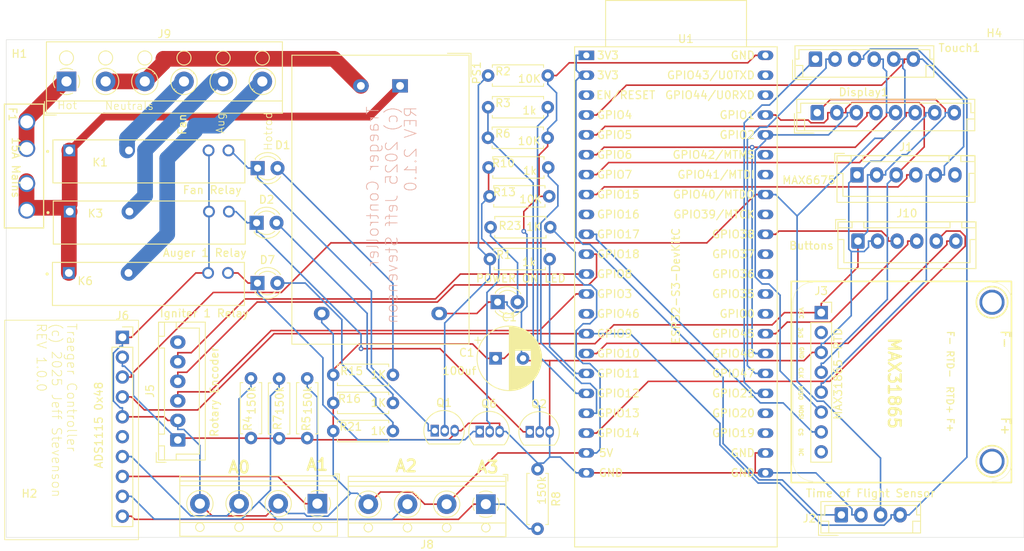
<source format=kicad_pcb>
(kicad_pcb (version 20240108) (generator "pcbnew") (generator_version "8.0")
  (layers (0 "F.Cu" signal) (31 "B.Cu" signal) (34 "B.Paste" user) (35 "F.Paste" user) (36 "B.SilkS" user "B.Silkscreen") (37 "F.SilkS" user "F.Silkscreen") (38 "B.Mask" user) (39 "F.Mask" user) (44 "Edge.Cuts" user))
  (net 0 "")
  (net 1 "PWR")
  (net 2 "FAN")
  (net 3 "GND")
  (net 4 "Net-(D1-K)")
  (net 5 "Net-(Q1-B)")
  (net 6 "Net-(D1-A)")
  (net 7 "Net-(Q2-B)")
  (net 8 "Net-(D2-A)")
  (net 9 "ADC1_A3")
  (net 10 "Net-(D2-K)")
  (net 11 "ADC1_A1")
  (net 13 "ADC1_A2")
  (net 14 "ADC1_A0")
  (net 15 "Net-(Q6-B)")
  (net 16 "AUG1")
  (net 17 "IGN1")
  (net 18 "R_AUG1")
  (net 19 "R_IGN1")
  (net 20 "Touch_T_IRQ")
  (net 21 "MOSI_SDI")
  (net 22 "CS_MAX6675")
  (net 23 "MISO_SDO")
  (net 25 "3V3")
  (net 26 "TEMP DOWN")
  (net 27 "POWER SW")
  (net 28 "SMOKE SW")
  (net 29 "TEMP UP")
  (net 31 "R_FANS")
  (net 32 "SDA")
  (net 33 "SCL")
  (net 34 "Touch_T_CS")
  (net 35 "Disp_SCK+Touch_CLK")
  (net 36 "Disp_D{slash}C")
  (net 37 "Disp_CS")
  (net 38 "Disp_RESET")
  (net 40 "MAX31865_CS")
  (net 42 "VCC")
  (net 43 "Net-(J9-Pin_1)")
  (net 46 "PWR-N")
  (net 48 "Net-(D7-K)")
  (net 49 "Net-(D7-A)")
  (net 57 "Rotarty - SW")
  (net 58 "Rotary pin_b")
  (net 59 "Rotary pin_a")
  (net 60 "Net-(D9-A)")
  (footprint "Resistor_THT:R_Axial_DIN0207_L6.3mm_D2.5mm_P7.62mm_Horizontal" (layer "F.Cu") (at 171.68 63.69)
    (property "Reference" "R6")
    (property "Value" "10K")
  )
  (footprint "MountingHole:MountingHole_3.2mm_M3" (layer "F.Cu") (at 113.12 111.64)
    (property "Reference" "H2")
    (property "Value" "MH")
  )
  (footprint "Fuse:Fuse Block 3544-2_KEYSTONE" (layer "F.Cu") (at 112.81 61.658 -90)
    (property "Reference" "F1")
    (property "Value" "15A Mains")
  )
  (footprint "LED_THT:LED_D3.0mm" (layer "F.Cu") (at 142.26 82.25)
    (property "Reference" "D7")
    (property "Value" "LED")
  )
  (footprint "LED_THT:LED_D3.0mm" (layer "F.Cu") (at 142.28 67.57)
    (property "Reference" "D1")
    (property "Value" "LED")
  )
  (footprint "Resistor_THT:R_Axial_DIN0207_L6.3mm_D2.5mm_P7.62mm_Horizontal" (layer "F.Cu") (at 179.63 75.12 180)
    (property "Reference" "R23")
    (property "Value" "1K")
  )
  (footprint "TerminalBlock_RND:TerminalBlock_RND_205-00014_1x04_P5.00mm_Horizontal" (layer "F.Cu") (at 149.91 110.44 180)
    (property "Reference" "J7" (hide yes))
    (property "Value" "Temp Sensors")
  )
  (footprint "Resistor_THT:R_Axial_DIN0207_L6.3mm_D2.5mm_P7.62mm_Horizontal" (layer "F.Cu") (at 151.93 97.565)
    (property "Reference" "R16")
    (property "Value" "1K")
  )
  (footprint "Connector_JST:JST_XH_B6B-XH-A_1x06_P2.50mm_Vertical" (layer "F.Cu") (at 132.09 102.3 90)
    (property "Reference" "J5")
    (property "Value" "Rotary Encoder")
  )
  (footprint "PCM_Espressif:ESP32-S3-DevKitC" (layer "F.Cu") (at 184.24 53.16)
    (property "Reference" "U1")
    (property "Value" "ESP32-S3-DevKitC")
  )
  (footprint "Connector_JST:JST_XH_B6B-XH-A_1x06_P2.50mm_Vertical" (layer "F.Cu") (at 218.79 68.43)
    (property "Reference" "J1")
    (property "Value" "MAX6675")
  )
  (footprint "Connector_PinSocket_2.54mm:PinSocket_1x10_P2.54mm_Vertical" (layer "F.Cu") (at 125.02 89.18)
    (property "Reference" "J6")
    (property "Value" "ADS1115 0x48")
  )
  (footprint "Relay_THT:RELAY_G3MB-202PDC5" (layer "F.Cu") (at 128.34 82.36)
    (property "Reference" "K6")
    (property "Value" "Igniter 1 Relay")
  )
  (footprint "MOUNTINGHOLE_2.5_PLATED" (layer "F.Cu") (at 236.02 105.0201 -90)
    (property "Reference" "U$19" (hide yes))
    (property "Value" "MOUNTINGHOLE2.5" (hide yes))
  )
  (footprint "Resistor_THT:R_Axial_DIN0207_L6.3mm_D2.5mm_P7.62mm_Horizontal" (layer "F.Cu") (at 141.43 102.05 90)
    (property "Reference" "R4" (hide yes))
    (property "Value" "150k")
  )
  (footprint "Resistor_THT:R_Axial_DIN0207_L6.3mm_D2.5mm_P7.62mm_Horizontal" (layer "F.Cu") (at 145.02 102.09 90)
    (property "Reference" "R7" (hide yes))
    (property "Value" "150k")
  )
  (footprint "Package_TO_SOT_THT:TO-92L_Inline" (layer "F.Cu") (at 170.627 101.22)
    (property "Reference" "Q6")
    (property "Value" "BC547")
  )
  (footprint "TerminalBlock_RND:TerminalBlock_RND_205-00005_1x06_P5.00mm_Horizontal" (layer "F.Cu") (at 117.88 56.49)
    (property "Reference" "J9")
    (property "Value" "Conn_01x06_Socket")
  )
  (footprint "MOUNTINGHOLE_2.5_PLATED" (layer "F.Cu") (at 236.02 84.7001 -90)
    (property "Reference" "U$18" (hide yes))
    (property "Value" "MOUNTINGHOLE2.5" (hide yes))
  )
  (footprint "Relay_THT:RELAY_G3MB-202PDC5" (layer "F.Cu") (at 128.45 74.52)
    (property "Reference" "K3")
    (property "Value" "Auger 1 Relay")
  )
  (footprint "Relay_THT:RELAY_G3MB-202PDC5" (layer "F.Cu") (at 128.4 66.71)
    (property "Reference" "K1")
    (property "Value" "Fan Relay")
  )
  (footprint "TerminalBlock_RND:TerminalBlock_RND_205-00014_1x04_P5.00mm_Horizontal" (layer "F.Cu") (at 171.41 110.5 180)
    (property "Reference" "J8")
    (property "Value" "Temp Sensors")
  )
  (footprint "Resistor_THT:R_Axial_DIN0207_L6.3mm_D2.5mm_P7.62mm_Horizontal" (layer "F.Cu") (at 171.7 55.74)
    (property "Reference" "R2")
    (property "Value" "10K")
  )
  (footprint "Connector_JST:JST_EH_B6B-EH-A_1x06_P2.50mm_Vertical" (layer "F.Cu") (at 213.48 53.64)
    (property "Reference" "Touch1")
    (property "Value" "Conn_01x06_Socket" (hide yes))
  )
  (footprint "LED_THT:LED_D3.0mm" (layer "F.Cu") (at 142.15 74.55)
    (property "Reference" "D2")
    (property "Value" "LED")
  )
  (footprint "Resistor_THT:R_Axial_DIN0207_L6.3mm_D2.5mm_P7.62mm_Horizontal" (layer "F.Cu") (at 151.93 101.155)
    (property "Reference" "R21")
    (property "Value" "1K")
  )
  (footprint "Resistor_THT:R_Axial_DIN0207_L6.3mm_D2.5mm_P7.62mm_Horizontal" (layer "F.Cu") (at 171.7 59.79)
    (property "Reference" "R3")
    (property "Value" "1k")
  )
  (footprint "Package_TO_SOT_THT:TO-92L_Inline" (layer "F.Cu") (at 177.017 101.26)
    (property "Reference" "Q2")
    (property "Value" "BC547")
  )
  (footprint "Connector_PinSocket_2.54mm:PinSocket_1x08_P2.54mm_Vertical" (layer "F.Cu") (at 214.22 86.03)
    (property "Reference" "J3")
    (property "Value" "MAX31865-RTD")
  )
  (footprint "Converter_ACDC:Converter_ACDC_Hi-Link_HLK-PMxx" (layer "F.Cu") (at 160.46 57.06 -90)
    (property "Reference" "PS1")
    (property "Value" "HLK-PM01" (hide yes))
  )
  (footprint "Package_TO_SOT_THT:TO-92L_Inline" (layer "F.Cu") (at 164.887 101.11)
    (property "Reference" "Q1")
    (property "Value" "BC547")
  )
  (footprint "Resistor_THT:R_Axial_DIN0207_L6.3mm_D2.5mm_P7.62mm_Horizontal" (layer "F.Cu") (at 178.01 106.03 -90)
    (property "Reference" "R8")
    (property "Value" "150k")
  )
  (footprint "MountingHole:MountingHole_3.2mm_M3" (layer "F.Cu") (at 112.87 55.05)
    (property "Reference" "H1")
    (property "Value" "MH")
  )
  (footprint "LED_THT:LED_D3.0mm" (layer "F.Cu") (at 172.92 84.68)
    (property "Reference" "D9" (hide yes))
    (property "Value" "POWER ON LED")
  )
  (footprint "Resistor_THT:R_Axial_DIN0207_L6.3mm_D2.5mm_P7.62mm_Horizontal" (layer "F.Cu") (at 171.76 67.48)
    (property "Reference" "R10")
    (property "Value" "1k")
  )
  (footprint "Resistor_THT:R_Axial_DIN0207_L6.3mm_D2.5mm_P7.62mm_Horizontal" (layer "F.Cu") (at 171.88 71.17)
    (property "Reference" "R13")
    (property "Value" "10K")
  )
  (footprint "Connector_JST:JST_EH_B8B-EH-A_1x08_P2.50mm_Vertical" (layer "F.Cu") (at 213.71 60.48)
    (property "Reference" "Display1")
    (property "Value" "Conn_01x08_Socket" (hide yes))
  )
  (footprint "Connector_JST:JST_EH_B4B-EH-A_1x04_P2.50mm_Vertical" (layer "F.Cu") (at 216.79 111.87)
    (property "Reference" "J2")
    (property "Value" "Time of Flight Sensor")
  )
  (footprint "Resistor_THT:R_Axial_DIN0207_L6.3mm_D2.5mm_P7.62mm_Horizontal" (layer "F.Cu") (at 151.93 93.975)
    (property "Reference" "R15")
    (property "Value" "1K")
  )
  (footprint "MountingHole:MountingHole_3.2mm_M3" (layer "F.Cu") (at 236.31 54.52)
    (property "Reference" "H4")
    (property "Value" "MH")
  )
  (footprint "MountingHole:MountingHole_3.2mm_M3" (layer "F.Cu") (at 236.64 111.53)
    (property "Reference" "H3" (hide yes))
    (property "Value" "MH" (hide yes))
  )
  (footprint "Resistor_THT:R_Axial_DIN0207_L6.3mm_D2.5mm_P7.62mm_Horizontal" (layer "F.Cu") (at 171.93 79.19)
    (property "Reference" "R1")
    (property "Value" "1k")
  )
  (footprint "Resistor_THT:R_Axial_DIN0207_L6.3mm_D2.5mm_P7.62mm_Horizontal" (layer "F.Cu") (at 148.61 102.06 90)
    (property "Reference" "R5" (hide yes))
    (property "Value" "150k")
  )
  (footprint "Connector_JST:JST_XH_B6B-XH-A_1x06_P2.50mm_Vertical" (layer "F.Cu") (at 218.91 76.89)
    (property "Reference" "J10")
    (property "Value" "Buttons")
  )
  (footprint "Capacitor_THT:CP_Radial_D8.0mm_P3.50mm" (layer "F.Cu") (at 172.6573 91.87)
    (property "Reference" "C1")
    (property "Value" "100uf")
  )
  (gr_rect (start 109.99 87) (end 127.07288 115.04288) (stroke (width 0.1)) (fill none) (layer "F.SilkS"))
  (gr_arc (start 238.560102 105.020102) (mid 237.816094 106.816094) (end 236.020102 107.560102) (stroke (width 0.05)) (layer "F.SilkS"))
  (gr_rect (start 210.399051 82.036153) (end 238.499051 107.736153) (stroke (width 0.2)) (fill none) (layer "F.SilkS"))
  (gr_arc (start 213.160102 107.560102) (mid 211.364019 106.816183) (end 210.620102 105.020102) (stroke (width 0.05)) (layer "F.SilkS"))
  (gr_arc (start 236.020102 82.160102) (mid 237.816122 82.904081) (end 238.560102 84.700102) (stroke (width 0.05)) (layer "F.SilkS"))
  (gr_line (start 210.620102 84.700102) (end 210.620102 105.020102) (stroke (width 0.05)) (layer "F.SilkS"))
  (gr_arc (start 210.620102 84.700102) (mid 211.364021 82.904021) (end 213.160102 82.160102) (stroke (width 0.05)) (layer "F.SilkS"))
  (gr_line (start 238.560102 105.020102) (end 238.560102 84.700102) (stroke (width 0.05)) (layer "F.SilkS"))
  (gr_rect (start 110.2 51.16) (end 240.1 114.75) (stroke (width 0.05)) (fill none) (layer "Edge.Cuts"))
  (gr_text "Traeger Controller\n(c) 2025 Jeff Stevenson\nREV 2.1.0" (at 162.69 59.57 90) (layer "B.SilkS") (effects (font (size 1.5 1.5) (thickness 0.1)) (justify left bottom mirror)))
  (gr_text "A2" (at 159.69 106.49 0) (layer "F.SilkS") (effects (font (size 1.5 1.5) (thickness 0.3) (bold yes)) (justify left bottom)))
  (gr_text "Neutrals" (at 122.72 60.2 0) (layer "F.SilkS") (effects (font (size 1 1) (thickness 0.1)) (justify left bottom)))
  (gr_text "3v3" (at 211.570102 88.600102 -90) (layer "F.SilkS") (effects (font (size 0.5 0.5) (thickness 0.125))))
  (gr_text "RTD+" (at 230.659051 97.186153 -90) (layer "F.SilkS") (effects (font (size 0.87376 0.87376) (thickness 0.14224))))
  (gr_text "Hotrod" (at 144.21 65.41 90) (layer "F.SilkS") (effects (font (size 1 1) (thickness 0.1)) (justify left bottom)))
  (gr_text "CLK" (at 211.636102 93.717102 -90) (layer "F.SilkS") (effects (font (size 0.5 0.5) (thickness 0.125))))
  (gr_text "RTD-" (at 230.689051 92.596153 -90) (layer "F.SilkS") (effects (font (size 0.87376 0.87376) (thickness 0.14224))))
  (gr_text "Aug" (at 138.11 63.22 90) (layer "F.SilkS") (effects (font (size 1 1) (thickness 0.1)) (justify left bottom)))
  (gr_text "MAX31865" (at 222.663702 89.069002 -90) (layer "F.SilkS") (effects (font (size 1.5 1.5) (thickness 0.3) (bold yes)) (justify left bottom)))
  (gr_text "NC" (at 211.643702 103.859002 -90) (layer "F.SilkS") (effects (font (size 0.5 0.5) (thickness 0.125))))
  (gr_text "Traeger Controller\n(c) 2025 Jeff Stevenson\nREV 1.0.0" (at 113.98 87.3 270) (layer "F.SilkS") (effects (font (size 1.2 1.2) (thickness 0.1)) (justify left bottom)))
  (gr_text "Hot" (at 116.64 60.12 0) (layer "F.SilkS") (effects (font (size 1 1) (thickness 0.1)) (justify left bottom)))
  (gr_text "CS" (at 211.593702 101.289002 -90) (layer "F.SilkS") (effects (font (size 0.5 0.5) (thickness 0.125))))
  (gr_text "F-" (at 230.709051 89.276153 -90) (layer "F.SilkS") (effects (font (size 0.8636 0.8636) (thickness 0.1524))))
  (gr_text "MOSI" (at 211.643702 98.729002 -90) (layer "F.SilkS") (effects (font (size 0.5 0.5) (thickness 0.125))))
  (gr_text "VCC" (at 211.673702 86.089002 -90) (layer "F.SilkS") (effects (font (size 0.5 0.5) (thickness 0.125))))
  (gr_text "F+" (at 237.743702 100.529002 -90) (layer "F.SilkS") (effects (font (size 1.0922 1.0922) (thickness 0.1778))))
  (gr_text "Fan" (at 133.24 63.41 90) (layer "F.SilkS") (effects (font (size 1 1)) (justify left bottom)))
  (gr_text "F+" (at 230.709051 100.396153 -90) (layer "F.SilkS") (effects (font (size 0.8636 0.8636) (thickness 0.1524))))
  (gr_text "A0" (at 138.36 106.66 0) (layer "F.SilkS") (effects (font (size 1.5 1.5) (thickness 0.3) (bold yes)) (justify left bottom)))
  (gr_text "MISO" (at 211.583702 96.279002 -90) (layer "F.SilkS") (effects (font (size 0.5 0.5) (thickness 0.125) (bold yes))))
  (gr_text "A1" (at 148.33 106.32 0) (layer "F.SilkS") (effects (font (size 1.5 1.5) (thickness 0.3) (bold yes)) (justify left bottom)))
  (gr_text "F-" (at 237.683702 89.439002 -90) (layer "F.SilkS") (effects (font (size 1.0922 1.0922) (thickness 0.1778))))
  (gr_text "GND" (at 211.71 91.17 -90) (layer "F.SilkS") (effects (font (size 0.5 0.5) (thickness 0.125))))
  (gr_text "A3" (at 170.09 106.65 0) (layer "F.SilkS") (effects (font (size 1.5 1.5) (thickness 0.3) (bold yes)) (justify left bottom)))
  (segment (start 113.118 72.632) (end 112.81 72.94) (width 0.2) (layer "F.Cu") (net 1))
  (segment (start 156.54 60.98) (end 122.67 60.98) (width 1) (layer "F.Cu") (net 1))
  (segment (start 118.29 65.36) (end 118.29 72.144) (width 2) (layer "F.Cu") (net 1))
  (segment (start 122.67 60.98) (end 118.29 65.36) (width 1) (layer "F.Cu") (net 1))
  (segment (start 117.802 72.632) (end 118.29 73.12) (width 0.2) (layer "F.Cu") (net 1))
  (segment (start 112.78 70.929) (end 112.81 70.899) (width 0.2) (layer "F.Cu") (net 1))
  (segment (start 112.81 70.899) (end 112.81 69.534) (width 0.2) (layer "F.Cu") (net 1))
  (segment (start 160.46 57.06) (end 156.54 60.98) (width 1) (layer "F.Cu") (net 1))
  (segment (start 118.18 73.23) (end 118.29 73.12) (width 2) (layer "F.Cu") (net 1))
  (segment (start 118.18 80.96) (end 118.18 73.23) (width 2) (layer "F.Cu") (net 1))
  (segment (start 112.78 72.632) (end 117.802 72.632) (width 2) (layer "F.Cu") (net 1))
  (segment (start 118.29 65.36) (end 118.24 65.31) (width 2) (layer "F.Cu") (net 1))
  (segment (start 112.78 69.226) (end 112.78 72.632) (width 2) (layer "F.Cu") (net 1))
  (segment (start 118.29 72.144) (end 117.802 72.632) (width 2) (layer "F.Cu") (net 1))
  (segment (start 125.614 63.756) (end 125.614 64.533) (width 2) (layer "B.Cu") (net 2))
  (segment (start 132.88 56.49) (end 125.614 63.756) (width 2) (layer "B.Cu") (net 2))
  (segment (start 125.86 64.779) (end 125.86 65.31) (width 0.2) (layer "B.Cu") (net 2))
  (segment (start 125.614 64.533) (end 125.86 64.779) (width 0.2) (layer "B.Cu") (net 2))
  (segment (start 125.614 64.533) (end 125.614 65.31) (width 2) (layer "B.Cu") (net 2))
  (segment (start 167.8404 101.11) (end 168.2537 101.11) (width 0.2) (layer "F.Cu") (net 3))
  (segment (start 185.538 106.4973) (end 205.7983 106.4973) (width 0.2) (layer "F.Cu") (net 3))
  (segment (start 148.61 102.09) (end 145.02 102.09) (width 0.2) (layer "F.Cu") (net 3))
  (segment (start 178.2044 71.17) (end 178.2044 65.8873) (width 0.2) (layer "F.Cu") (net 3))
  (segment (start 179.557 92.1617) (end 212.0166 92.1617) (width 0.2) (layer "F.Cu") (net 3))
  (segment (start 132.3275 102.0625) (end 132.09 102.3) (width 0.2) (layer "F.Cu") (net 3))
  (segment (start 204.8429 54.1154) (end 182.0463 54.1154) (width 0.2) (layer "F.Cu") (net 3))
  (segment (start 205.7983 106.4973) (end 205.7983 103.96) (width 0.2) (layer "F.Cu") (net 3))
  (segment (start 166.6766 102.2738) (end 148.7938 102.2738) (width 0.2) (layer "F.Cu") (net 3))
  (segment (start 207.1 106.5) (end 205.7983 106.5) (width 0.2) (layer "F.Cu") (net 3))
  (segment (start 173.167 101.22) (end 173.167 100.1683) (width 0.2) (layer "F.Cu") (net 3))
  (segment (start 179.5 71.17) (end 178.3983 71.17) (width 0.2) (layer "F.Cu") (net 3))
  (segment (start 169.1954 100.1683) (end 173.167 100.1683) (width 0.2) (layer "F.Cu") (net 3))
  (segment (start 205.7983 53.16) (end 204.8429 54.1154) (width 0.2) (layer "F.Cu") (net 3))
  (segment (start 176.2541 75.6353) (end 176.2541 73.1203) (width 0.2) (layer "F.Cu") (net 3))
  (segment (start 205.7983 106.5) (end 205.7983 106.4973) (width 0.2) (layer "F.Cu") (net 3))
  (segment (start 141.43 102.05) (end 141.43 102.0625) (width 0.2) (layer "F.Cu") (net 3))
  (segment (start 176.449 92.1617) (end 179.557 92.1617) (width 0.2) (layer "F.Cu") (net 3))
  (segment (start 176.2541 73.1203) (end 178.2044 71.17) (width 0.2) (layer "F.Cu") (net 3))
  (segment (start 179.3 63.69) (end 179.3 64.7917) (width 0.2) (layer "F.Cu") (net 3))
  (segment (start 184.2363 106.4973) (end 185.538 106.4973) (width 0.2) (layer "F.Cu") (net 3))
  (segment (start 178.2044 65.8873) (end 179.3 64.7917) (width 0.2) (layer "F.Cu") (net 3))
  (segment (start 207.1 103.96) (end 205.7983 103.96) (width 0.2) (layer "F.Cu") (net 3))
  (segment (start 168.2537 101.11) (end 169.1954 100.1683) (width 0.2) (layer "F.Cu") (net 3))
  (segment (start 179.32 55.74) (end 180.4217 55.74) (width 0.2) (layer "F.Cu") (net 3))
  (segment (start 178.3983 71.17) (end 178.2044 71.17) (width 0.2) (layer "F.Cu") (net 3))
  (segment (start 170.2583 86.14) (end 171.7183 84.68) (width 0.2) (layer "F.Cu") (net 3))
  (segment (start 176.1573 91.87) (end 176.449 92.1617) (width 0.2) (layer "F.Cu") (net 3))
  (segment (start 172.92 84.68) (end 171.7183 84.68) (width 0.2) (layer "F.Cu") (net 3))
  (segment (start 165.46 86.14) (end 170.2583 86.14) (width 0.2) (layer "F.Cu") (net 3))
  (segment (start 141.4575 102.09) (end 141.43 102.0625) (width 0.2) (layer "F.Cu") (net 3))
  (segment (start 145.02 102.09) (end 141.4575 102.09) (width 0.2) (layer "F.Cu") (net 3))
  (segment (start 214.22 91.11) (end 213.0683 91.11) (width 0.2) (layer "F.Cu") (net 3))
  (segment (start 179.557 92.1617) (end 179.557 101.26) (width 0.2) (layer "F.Cu") (net 3))
  (segment (start 182.0463 54.1154) (end 180.4217 55.74) (width 0.2) (layer "F.Cu") (net 3))
  (segment (start 212.0166 92.1617) (end 213.0683 91.11) (width 0.2) (layer "F.Cu") (net 3))
  (segment (start 167.8404 101.11) (end 166.6766 102.2738) (width 0.2) (layer "F.Cu") (net 3))
  (segment (start 167.427 101.11) (end 167.8404 101.11) (width 0.2) (layer "F.Cu") (net 3))
  (segment (start 141.43 102.0625) (end 132.3275 102.0625) (width 0.2) (layer "F.Cu") (net 3))
  (segment (start 207.1 53.16) (end 205.7983 53.16) (width 0.2) (layer "F.Cu") (net 3))
  (segment (start 148.7938 102.2738) (end 148.61 102.09) (width 0.2) (layer "F.Cu") (net 3))
  (segment (start 148.61 102.09) (end 148.61 102.06) (width 0.2) (layer "F.Cu") (net 3))
  (via (at 176.2541 75.6353) (size 0.6) (drill 0.3) (layers "F.Cu" "B.Cu") (net 3))
  (segment (start 180.436 57.9577) (end 179.32 56.8417) (width 0.2) (layer "B.Cu") (net 3))
  (segment (start 218.79 68.43) (end 217.7339 69.4861) (width 0.2) (layer "B.Cu") (net 3))
  (segment (start 179.3 62.5883) (end 180.436 61.4523) (width 0.2) (layer "B.Cu") (net 3))
  (segment (start 180.436 61.4523) (end 180.436 57.9577) (width 0.2) (layer "B.Cu") (net 3))
  (segment (start 126.4098 93.993) (end 125.2885 92.8717) (width 0.2) (layer "B.Cu") (net 3))
  (segment (start 221.41 76.89) (end 220.2583 76.89) (width 0.2) (layer "B.Cu") (net 3))
  (segment (start 219.6918 78.2239) (end 220.2583 77.6574) (width 0.2) (layer "B.Cu") (net 3))
  (segment (start 180.9203 104.483) (end 179.557 104.483) (width 0.2) (layer "B.Cu") (net 3))
  (segment (start 184.2363 106.4973) (end 182.9346 106.4973) (width 0.2) (layer "B.Cu") (net 3))
  (segment (start 220.5335 66.6865) (end 218.79 68.43) (width 0.2) (layer "B.Cu") (net 3))
  (segment (start 218.0546 78.2239) (end 219.6918 78.2239) (width 0.2) (layer "B.Cu") (net 3))
  (segment (start 178.0302 106.0098) (end 178.01 106.03) (width 0.2) (layer "B.Cu") (net 3))
  (segment (start 125.02 91.72) (end 125.02 92.8717) (width 0.2) (layer "B.Cu") (net 3))
  (segment (start 220.2583 77.6574) (end 220.2583 76.89) (width 0.2) (layer "B.Cu") (net 3))
  (segment (start 213.5357 106.5) (end 218.1383 111.1026) (width 0.2) (layer "B.Cu") (net 3))
  (segment (start 214.22 91.11) (end 214.22 89.9583) (width 0.2) (layer "B.Cu") (net 3))
  (segment (start 218.0546 86.4116) (end 218.0546 78.2239) (width 0.2) (layer "B.Cu") (net 3))
  (segment (start 125.2885 92.8717) (end 125.02 92.8717) (width 0.2) (layer "B.Cu") (net 3))
  (segment (start 179.557 102.3117) (end 179.557 104.483) (width 0.2) (layer "B.Cu") (net 3))
  (segment (start 173.167 101.22) (end 173.9937 101.22) (width 0.2) (layer "B.Cu") (net 3))
  (segment (start 227.5583 60.48) (end 227.5583 60.9119) (width 0.2) (layer "B.Cu") (net 3))
  (segment (start 214.22 89.9583) (end 214.5079 89.9583) (width 0.2) (layer "B.Cu") (net 3))
  (segment (start 218.1383 111.1026) (end 218.1383 111.87) (width 0.2) (layer "B.Cu") (net 3))
  (segment (start 176.1573 91.87) (end 175.9556 91.6683) (width 0.2) (layer "B.Cu") (net 3))
  (segment (start 227.5583 60.9119) (end 221.7837 66.6865) (width 0.2) (layer "B.Cu") (net 3))
  (segment (start 172.92 84.68) (end 174.1217 84.68) (width 0.2) (layer "B.Cu") (net 3))
  (segment (start 178.0302 105.2565) (end 173.9937 101.22) (width 0.2) (layer "B.Cu") (net 3))
  (segment (start 174.1217 85.0555) (end 175.0164 85.9502) (width 0.2) (layer "B.Cu") (net 3))
  (segment (start 228.71 60.48) (end 227.5583 60.48) (width 0.2) (layer "B.Cu") (net 3))
  (segment (start 217.7339 77.9032) (end 218.0546 78.2239) (width 0.2) (layer "B.Cu") (net 3))
  (segment (start 214.5079 89.9583) (end 218.0546 86.4116) (width 0.2) (layer "B.Cu") (net 3))
  (segment (start 178.0302 105.2565) (end 178.0302 106.0098) (width 0.2) (layer "B.Cu") (net 3))
  (segment (start 178.7835 105.2565) (end 178.0302 105.2565) (width 0.2) (layer "B.Cu") (net 3))
  (segment (start 221.7837 66.6865) (end 220.5335 66.6865) (width 0.2) (layer "B.Cu") (net 3))
  (segment (start 179.3 63.69) (end 179.3 62.5883) (width 0.2) (layer "B.Cu") (net 3))
  (segment (start 175.9556 91.6683) (end 175.9556 85.9502) (width 0.2) (layer "B.Cu") (net 3))
  (segment (start 176.6617 85.2441) (end 176.6617 76.0429) (width 0.2) (layer "B.Cu") (net 3))
  (segment (start 126.4098 96.6198) (end 126.4098 93.993) (width 0.2) (layer "B.Cu") (net 3))
  (segment (start 219.29 111.87) (end 218.1383 111.87) (width 0.2) (layer "B.Cu") (net 3))
  (segment (start 179.32 55.74) (end 179.32 56.8417) (width 0.2) (layer "B.Cu") (net 3))
  (segment (start 182.9346 106.4973) (end 180.9203 104.483) (width 0.2) (layer "B.Cu") (net 3))
  (segment (start 175.9556 85.9502) (end 176.6617 85.2441) (width 0.2) (layer "B.Cu") (net 3))
  (segment (start 217.7339 69.4861) (end 217.7339 77.9032) (width 0.2) (layer "B.Cu") (net 3))
  (segment (start 174.1217 84.68) (end 174.1217 85.0555) (width 0.2) (layer "B.Cu") (net 3))
  (segment (start 179.557 101.26) (end 179.557 102.3117) (width 0.2) (layer "B.Cu") (net 3))
  (segment (start 207.1 106.5) (end 213.5357 106.5) (width 0.2) (layer "B.Cu") (net 3))
  (segment (start 179.557 104.483) (end 178.7835 105.2565) (width 0.2) (layer "B.Cu") (net 3))
  (segment (start 176.6617 76.0429) (end 176.2541 75.6353) (width 0.2) (layer "B.Cu") (net 3))
  (segment (start 132.09 102.3) (end 126.4098 96.6198) (width 0.2) (layer "B.Cu") (net 3))
  (segment (start 175.0164 85.9502) (end 175.9556 85.9502) (width 0.2) (layer "B.Cu") (net 3))
  (segment (start 138.8183 65.31) (end 141.0783 67.57) (width 0.2) (layer "B.Cu") (net 4))
  (segment (start 142.28 67.57) (end 141.0783 67.57) (width 0.2) (layer "B.Cu") (net 4))
  (segment (start 138.56 65.31) (end 138.8183 65.31) (width 0.2) (layer "B.Cu") (net 4))
  (segment (start 164.887 101.11) (end 164.0603 101.11) (width 0.2) (layer "B.Cu") (net 4))
  (segment (start 164.0603 100.2833) (end 156.8024 93.0254) (width 0.2) (layer "B.Cu") (net 4))
  (segment (start 156.8024 93.0254) (end 156.8024 83.2941) (width 0.2) (layer "B.Cu") (net 4))
  (segment (start 164.0603 101.11) (end 164.0603 100.2833) (width 0.2) (layer "B.Cu") (net 4))
  (segment (start 142.28 67.57) (end 142.28 68.7717) (width 0.2) (layer "B.Cu") (net 4))
  (segment (start 156.8024 83.2941) (end 142.28 68.7717) (width 0.2) (layer "B.Cu") (net 4))
  (segment (start 171.93 79.19) (end 171.93 81.5882) (width 0.2) (layer "B.Cu") (net 5))
  (segment (start 170.4586 56.9814) (end 170.4586 77.7186) (width 0.2) (layer "B.Cu") (net 5))
  (segment (start 171.93 81.5882) (end 166.157 87.3612) (width 0.2) (layer "B.Cu") (net 5))
  (segment (start 166.157 87.3612) (end 166.157 101.11) (width 0.2) (layer "B.Cu") (net 5))
  (segment (start 170.4586 77.7186) (end 171.93 79.19) (width 0.2) (layer "B.Cu") (net 5))
  (segment (start 171.7 55.74) (end 170.4586 56.9814) (width 0.2) (layer "B.Cu") (net 5))
  (segment (start 159.55 82.3) (end 144.82 67.57) (width 0.2) (layer "B.Cu") (net 6))
  (segment (start 159.55 93.975) (end 159.55 82.3) (width 0.2) (layer "B.Cu") (net 6))
  (segment (start 177.4564 97.2101) (end 178.287 98.0407) (width 0.2) (layer "B.Cu") (net 7))
  (segment (start 178.287 98.0407) (end 178.287 101.26) (width 0.2) (layer "B.Cu") (net 7))
  (segment (start 177.4564 69.4664) (end 177.4564 97.2101) (width 0.2) (layer "B.Cu") (net 7))
  (segment (start 171.7 59.79) (end 171.68 59.81) (width 0.2) (layer "B.Cu") (net 7))
  (segment (start 171.68 59.81) (end 171.68 63.69) (width 0.2) (layer "B.Cu") (net 7))
  (segment (start 171.68 63.69) (end 177.4564 69.4664) (width 0.2) (layer "B.Cu") (net 7))
  (segment (start 159.55 97.565) (end 159.55 96.4633) (width 0.2) (layer "B.Cu") (net 8))
  (segment (start 156.2592 86.1192) (end 156.2592 93.1725) (width 0.2) (layer "B.Cu") (net 8))
  (segment (start 156.2592 93.1725) (end 159.55 96.4633) (width 0.2) (layer "B.Cu") (net 8))
  (segment (start 144.69 74.55) (end 156.2592 86.1192) (width 0.2) (layer "B.Cu") (net 8))
  (segment (start 167.9198 112.4385) (end 169.8583 110.5) (width 0.2) (layer "F.Cu") (net 9))
  (segment (start 126.5702 112.4385) (end 167.9198 112.4385) (width 0.2) (layer "F.Cu") (net 9))
  (segment (start 125.02 112.04) (end 126.1717 112.04) (width 0.2) (layer "F.Cu") (net 9))
  (segment (start 126.1717 112.04) (end 126.5702 112.4385) (width 0.2) (layer "F.Cu") (net 9))
  (segment (start 171.41 110.5) (end 169.8583 110.5) (width 0.2) (layer "F.Cu") (net 9))
  (segment (start 171.41 110.5) (end 173.7583 110.5) (width 0.2) (layer "B.Cu") (net 9))
  (segment (start 178.01 113.65) (end 176.9083 113.65) (width 0.2) (layer "B.Cu") (net 9))
  (segment (start 173.7583 110.5) (end 176.9083 113.65) (width 0.2) (layer "B.Cu") (net 9))
  (segment (start 177.017 101.26) (end 176.1903 101.26) (width 0.2) (layer "F.Cu") (net 10))
  (segment (start 176.1903 101.26) (end 165.5671 90.6368) (width 0.2) (layer "F.Cu") (net 10))
  (segment (start 165.5671 90.6368) (end 155.4807 90.6368) (width 0.2) (layer "F.Cu") (net 10))
  (via (at 155.4807 90.6368) (size 0.6) (drill 0.3) (layers "F.Cu" "B.Cu") (net 10))
  (segment (start 155.4807 88.7971) (end 142.4353 75.7517) (width 0.2) (layer "B.Cu") (net 10))
  (segment (start 142.15 74.55) (end 142.15 75.7517) (width 0.2) (layer "B.Cu") (net 10))
  (segment (start 139.5183 73.12) (end 140.9483 74.55) (width 0.2) (layer "B.Cu") (net 10))
  (segment (start 155.4807 90.6368) (end 155.4807 88.7971) (width 0.2) (layer "B.Cu") (net 10))
  (segment (start 140.981 74.55) (end 140.9483 74.55) (width 0.2) (layer "B.Cu") (net 10))
  (segment (start 142.15 74.55) (end 140.981 74.55) (width 0.2) (layer "B.Cu") (net 10))
  (segment (start 138.61 73.12) (end 139.5183 73.12) (width 0.2) (layer "B.Cu") (net 10))
  (segment (start 142.4353 75.7517) (end 142.15 75.7517) (width 0.2) (layer "B.Cu") (net 10))
  (segment (start 144.8783 106.96) (end 148.3583 110.44) (width 0.2) (layer "F.Cu") (net 11))
  (segment (start 149.91 110.44) (end 148.3583 110.44) (width 0.2) (layer "F.Cu") (net 11))
  (segment (start 125.02 106.96) (end 144.8783 106.96) (width 0.2) (layer "F.Cu") (net 11))
  (segment (start 149.91 96.8417) (end 149.91 108.8883) (width 0.2) (layer "B.Cu") (net 11))
  (segment (start 148.61 94.44) (end 148.61 95.5417) (width 0.2) (layer "B.Cu") (net 11))
  (segment (start 149.91 110.44) (end 149.91 108.8883) (width 0.2) (layer "B.Cu") (net 11))
  (segment (start 148.61 95.5417) (end 149.91 96.8417) (width 0.2) (layer "B.Cu") (net 11))
  (segment (start 145.02 94.47) (end 145.02 95.5717) (width 0.2) (layer "B.Cu") (net 13))
  (segment (start 159.4573 112.4527) (end 161.41 110.5) (width 0.2) (layer "B.Cu") (net 13))
  (segment (start 125.02 109.5) (end 126.1717 109.5) (width 0.2) (layer "B.Cu") (net 13))
  (segment (start 140.2282 112.401) (end 129.0727 112.401) (width 0.2) (layer "B.Cu") (net 13))
  (segment (start 143.9183 108.7109) (end 142.452 110.1772) (width 0.2) (layer "B.Cu") (net 13))
  (segment (start 142.452 110.1772) (end 144.7274 112.4527) (width 0.2) (layer "B.Cu") (net 13))
  (segment (start 144.7274 112.4527) (end 159.4573 112.4527) (width 0.2) (layer "B.Cu") (net 13))
  (segment (start 145.02 95.5717) (end 143.9183 96.6734) (width 0.2) (layer "B.Cu") (net 13))
  (segment (start 142.452 110.1772) (end 140.2282 112.401) (width 0.2) (layer "B.Cu") (net 13))
  (segment (start 129.0727 112.401) (end 126.1717 109.5) (width 0.2) (layer "B.Cu") (net 13))
  (segment (start 143.9183 96.6734) (end 143.9183 108.7109) (width 0.2) (layer "B.Cu") (net 13))
  (segment (start 141.43 95.5317) (end 139.91 97.0517) (width 0.2) (layer "B.Cu") (net 14))
  (segment (start 138.3577 111.9923) (end 133.744 111.9923) (width 0.2) (layer "B.Cu") (net 14))
  (segment (start 125.02 104.42) (end 126.1717 104.42) (width 0.2) (layer "B.Cu") (net 14))
  (segment (start 141.43 94.43) (end 141.43 95.5317) (width 0.2) (layer "B.Cu") (net 14))
  (segment (start 139.91 110.44) (end 138.3577 111.9923) (width 0.2) (layer "B.Cu") (net 14))
  (segment (start 133.744 111.9923) (end 126.1717 104.42) (width 0.2) (layer "B.Cu") (net 14))
  (segment (start 139.91 97.0517) (end 139.91 110.44) (width 0.2) (layer "B.Cu") (net 14))
  (segment (start 171.88 71.17) (end 171.76 71.05) (width 0.2) (layer "F.Cu") (net 15))
  (segment (start 171.76 71.05) (end 171.76 67.48) (width 0.2) (layer "F.Cu") (net 15))
  (segment (start 171.5556 99.8269) (end 171.5556 83.4501) (width 0.2) (layer "B.Cu") (net 15))
  (segment (start 171.897 100.1683) (end 171.5556 99.8269) (width 0.2) (layer "B.Cu") (net 15))
  (segment (start 171.5556 83.4501) (end 173.0492 81.9565) (width 0.2) (layer "B.Cu") (net 15))
  (segment (start 170.8851 72.1649) (end 171.88 71.17) (width 0.2) (layer "B.Cu") (net 15))
  (segment (start 173.0492 81.9565) (end 173.0492 78.7292) (width 0.2) (layer "B.Cu") (net 15))
  (segment (start 173.0492 78.7292) (end 170.8851 76.5651) (width 0.2) (layer "B.Cu") (net 15))
  (segment (start 171.897 101.22) (end 171.897 100.1683) (width 0.2) (layer "B.Cu") (net 15))
  (segment (start 170.8851 76.5651) (end 170.8851 72.1649) (width 0.2) (layer "B.Cu") (net 15))
  (segment (start 127.914 65.2633) (end 127.914 71.116) (width 2) (layer "B.Cu") (net 16))
  (segment (start 137.88 56.49) (end 136.687 56.49) (width 2) (layer "B.Cu") (net 16))
  (segment (start 136.687 56.49) (end 127.914 65.2633) (width 2) (layer "B.Cu") (net 16))
  (segment (start 127.914 71.116) (end 125.91 73.12) (width 2) (layer "B.Cu") (net 16))
  (segment (start 134.29 62.79) (end 130.74 66.34) (width 2) (layer "B.Cu") (net 17))
  (segment (start 137.23 62.14) (end 134.29 62.14) (width 2) (layer "B.Cu") (net 17))
  (segment (start 130.74 76.02) (end 125.8 80.96) (width 2) (layer "B.Cu") (net 17))
  (segment (start 130.74 66.34) (end 130.74 76.02) (width 2) (layer "B.Cu") (net 17))
  (segment (start 134.29 62.14) (end 134.29 62.79) (width 2) (layer "B.Cu") (net 17))
  (segment (start 142.88 56.49) (end 137.23 62.14) (width 2) (layer "B.Cu") (net 17))
  (segment (start 178.0107 62.201) (end 179.32 60.8917) (width 0.2) (layer "B.Cu") (net 18))
  (segment (start 178.0107 91.4124) (end 178.0107 62.201) (width 0.2) (layer "B.Cu") (net 18))
  (segment (start 179.32 59.79) (end 179.32 60.8917) (width 0.2) (layer "B.Cu") (net 18))
  (segment (start 184.24 96.34) (end 182.9383 96.34) (width 0.2) (layer "B.Cu") (net 18))
  (segment (start 182.9383 96.34) (end 178.0107 91.4124) (width 0.2) (layer "B.Cu") (net 18))
  (segment (start 180.6056 69.8073) (end 179.38 68.5817) (width 0.2) (layer "B.Cu") (net 19))
  (segment (start 180.6056 72.4075) (end 180.6056 69.8073) (width 0.2) (layer "B.Cu") (net 19))
  (segment (start 183.6314 95.07) (end 178.4371 89.8757) (width 0.2) (layer "B.Cu") (net 19))
  (segment (start 185.5417 95.9066) (end 184.7051 95.07) (width 0.2) (layer "B.Cu") (net 19))
  (segment (start 184.7051 95.07) (end 183.6314 95.07) (width 0.2) (layer "B.Cu") (net 19))
  (segment (start 178.4371 74.576) (end 180.6056 72.4075) (width 0.2) (layer "B.Cu") (net 19))
  (segment (start 179.38 67.48) (end 179.38 68.5817) (width 0.2) (layer "B.Cu") (net 19))
  (segment (start 185.5417 98.88) (end 185.5417 95.9066) (width 0.2) (layer "B.Cu") (net 19))
  (segment (start 178.4371 89.8757) (end 178.4371 74.576) (width 0.2) (layer "B.Cu") (net 19))
  (segment (start 184.24 98.88) (end 185.5417 98.88) (width 0.2) (layer "B.Cu") (net 19))
  (segment (start 204.7927 92.7944) (end 205.7983 93.8) (width 0.2) (layer "B.Cu") (net 20))
  (segment (start 204.7927 63.9209) (end 204.7927 92.7944) (width 0.2) (layer "B.Cu") (net 20))
  (segment (start 214.8283 54.7917) (end 207.2798 62.3402) (width 0.2) (layer "B.Cu") (net 20))
  (segment (start 207.1 93.8) (end 205.7983 93.8) (width 0.2) (layer "B.Cu") (net 20))
  (segment (start 214.8283 53.64) (end 214.8283 54.7917) (width 0.2) (layer "B.Cu") (net 20))
  (segment (start 215.98 53.64) (end 214.8283 53.64) (width 0.2) (layer "B.Cu") (net 20))
  (segment (start 207.2798 62.3402) (end 206.3734 62.3402) (width 0.2) (layer "B.Cu") (net 20))
  (segment (start 206.3734 62.3402) (end 204.7927 63.9209) (width 0.2) (layer "B.Cu") (net 20))
  (segment (start 206.6851 82.37) (end 205.7983 81.4832) (width 0.2) (layer "B.Cu") (net 21))
  (segment (start 215.1502 63.32) (end 207.1 63.32) (width 0.2) (layer "B.Cu") (net 21))
  (segment (start 207.5426 82.37) (end 206.6851 82.37) (width 0.2) (layer "B.Cu") (net 21))
  (segment (start 205.7983 81.4832) (end 205.7983 65.3473) (width 0.2) (layer "B.Cu") (net 21))
  (segment (start 217.5583 60.9119) (end 215.1502 63.32) (width 0.2) (layer "B.Cu") (net 21))
  (segment (start 214.22 98.73) (end 208.9696 93.4796) (width 0.2) (layer "B.Cu") (net 21))
  (segment (start 207.1 64.0456) (end 207.1 63.32) (width 0.2) (layer "B.Cu") (net 21))
  (segment (start 208.9696 83.797) (end 207.5426 82.37) (width 0.2) (layer "B.Cu") (net 21))
  (segment (start 217.5583 60.48) (end 217.5583 60.9119) (width 0.2) (layer "B.Cu") (net 21))
  (segment (start 205.7983 65.3473) (end 207.1 64.0456) (width 0.2) (layer "B.Cu") (net 21))
  (segment (start 218.71 60.48) (end 217.5583 60.48) (width 0.2) (layer "B.Cu") (net 21))
  (segment (start 208.9696 93.4796) (end 208.9696 83.797) (width 0.2) (layer "B.Cu") (net 21))
  (segment (start 224.0365 69.9637) (end 186.518 69.9637) (width 0.2) (layer "F.Cu") (net 22))
  (segment (start 226.29 68.43) (end 225.1383 68.43) (width 0.2) (layer "F.Cu") (net 22))
  (segment (start 225.1383 68.8619) (end 224.0365 69.9637) (width 0.2) (layer "F.Cu") (net 22))
  (segment (start 186.518 69.9637) (end 185.5417 70.94) (width 0.2) (layer "F.Cu") (net 22))
  (segment (start 184.24 70.94) (end 185.5417 70.94) (width 0.2) (layer "F.Cu") (net 22))
  (segment (start 225.1383 68.43) (end 225.1383 68.8619) (width 0.2) (layer "F.Cu") (net 22))
  (segment (start 221.9302 56.97) (end 189.3517 56.97) (width 0.2) (layer "F.Cu") (net 23))
  (segment (start 224.8283 53.64) (end 224.8283 54.0719) (width 0.2) (layer "F.Cu") (net 23))
  (segment (start 189.3517 56.97) (end 185.5417 60.78) (width 0.2) (layer "F.Cu") (net 23))
  (segment (start 225.98 53.64) (end 224.8283 53.64) (width 0.2) (layer "F.Cu") (net 23))
  (segment (start 224.8283 54.0719) (end 221.9302 56.97) (width 0.2) (layer "F.Cu") (net 23))
  (segment (start 184.24 60.78) (end 185.5417 60.78) (width 0.2) (layer "F.Cu") (net 23))
  (segment (start 229.9417 67.2783) (end 229.9417 68.43) (width 0.2) (layer "B.Cu") (net 23))
  (segment (start 214.22 96.19) (end 214.22 95.0383) (width 0.2) (layer "B.Cu") (net 23))
  (segment (start 228.79 68.43) (end 229.9417 68.43) (width 0.2) (layer "B.Cu") (net 23))
  (segment (start 227.6383 81.8647) (end 227.6383 68.43) (width 0.2) (layer "B.Cu") (net 23))
  (segment (start 214.4647 95.0383) (end 227.6383 81.8647) (width 0.2) (layer "B.Cu") (net 23))
  (segment (start 214.22 95.0383) (end 214.4647 95.0383) (width 0.2) (layer "B.Cu") (net 23))
  (segment (start 232.3993 64.8207) (end 229.9417 67.2783) (width 0.2) (layer "B.Cu") (net 23))
  (segment (start 225.98 53.64) (end 227.1317 53.64) (width 0.2) (layer "B.Cu") (net 23))
  (segment (start 227.1317 53.64) (end 232.3993 58.9076) (width 0.2) (layer "B.Cu") (net 23))
  (segment (start 232.3993 58.9076) (end 232.3993 64.8207) (width 0.2) (layer "B.Cu") (net 23))
  (segment (start 228.79 68.43) (end 227.6383 68.43) (width 0.2) (layer "B.Cu") (net 23))
  (segment (start 184.683 77.29) (end 201.6932 94.3002) (width 0.2) (layer "B.Cu") (net 25))
  (segment (start 183.5892 55.7) (end 182.9383 55.0491) (width 0.2) (layer "B.Cu") (net 25))
  (segment (start 184.24 55.7) (end 183.5892 55.7) (width 0.2) (layer "B.Cu") (net 25))
  (segment (start 201.6932 102.765992) (end 206.327208 107.4) (width 0.2) (layer "B.Cu") (net 25))
  (segment (start 209.26 107.4) (end 213.73 111.87) (width 0.2) (layer "B.Cu") (net 25))
  (segment (start 182.9383 55.0491) (end 182.9383 53.16) (width 0.2) (layer "B.Cu") (net 25))
  (segment (start 182.9063 76.3951) (end 183.8012 77.29) (width 0.2) (layer "B.Cu") (net 25))
  (segment (start 206.327208 107.4) (end 209.26 107.4) (width 0.2) (layer "B.Cu") (net 25))
  (segment (start 184.24 53.16) (end 182.9383 53.16) (width 0.2) (layer "B.Cu") (net 25))
  (segment (start 182.9063 56.3829) (end 182.9063 76.3951) (width 0.2) (layer "B.Cu") (net 25))
  (segment (start 201.6932 94.3002) (end 201.6932 102.765992) (width 0.2) (layer "B.Cu") (net 25))
  (segment (start 183.8012 77.29) (end 184.683 77.29) (width 0.2) (layer "B.Cu") (net 25))
  (segment (start 213.73 111.87) (end 216.79 111.87) (width 0.2) (layer "B.Cu") (net 25))
  (segment (start 183.5892 55.7) (end 182.9063 56.3829) (width 0.2) (layer "B.Cu") (net 25))
  (segment (start 223.91 76.89) (end 222.7583 76.89) (width 0.2) (layer "F.Cu") (net 26))
  (segment (start 221.9102 75.61) (end 208.8117 75.61) (width 0.2) (layer "F.Cu") (net 26))
  (segment (start 222.7583 76.89) (end 222.7583 76.4581) (width 0.2) (layer "F.Cu") (net 26))
  (segment (start 208.8117 75.61) (end 208.4017 76.02) (width 0.2) (layer "F.Cu") (net 26))
  (segment (start 222.7583 76.4581) (end 221.9102 75.61) (width 0.2) (layer "F.Cu") (net 26))
  (segment (start 207.1 76.02) (end 208.4017 76.02) (width 0.2) (layer "F.Cu") (net 26))
  (segment (start 217.6417 89.9551) (end 186.8466 89.9551) (width 0.2) (layer "F.Cu") (net 27))
  (segment (start 184.24 91.26) (end 185.5417 91.26) (width 0.2) (layer "F.Cu") (net 27))
  (segment (start 230.2583 76.89) (end 230.2583 77.3385) (width 0.2) (layer "F.Cu") (net 27))
  (segment (start 186.8466 89.9551) (end 185.5417 91.26) (width 0.2) (layer "F.Cu") (net 27))
  (segment (start 230.2583 77.3385) (end 217.6417 89.9551) (width 0.2) (layer "F.Cu") (net 27))
  (segment (start 231.41 76.89) (end 230.2583 76.89) (width 0.2) (layer "F.Cu") (net 27))
  (segment (start 231.9383 75.6053) (end 232.5966 76.2636) (width 0.2) (layer "F.Cu") (net 28))
  (segment (start 232.5966 77.5265) (end 215.3124 94.8107) (width 0.2) (layer "F.Cu") (net 28))
  (segment (start 215.3124 94.8107) (end 192.1446 94.8107) (width 0.2) (layer "F.Cu") (net 28))
  (segment (start 230.1947 75.6053) (end 231.9383 75.6053) (width 0.2) (layer "F.Cu") (net 28))
  (segment (start 184.2363 101.4173) (end 185.538 101.4173) (width 0.2) (layer "F.Cu") (net 28))
  (segment (start 192.1446 94.8107) (end 185.538 101.4173) (width 0.2) (layer "F.Cu") (net 28))
  (segment (start 228.91 76.89) (end 230.1947 75.6053) (width 0.2) (layer "F.Cu") (net 28))
  (segment (start 232.5966 76.2636) (end 232.5966 77.5265) (width 0.2) (layer "F.Cu") (net 28))
  (segment (start 226.41 76.89) (end 225.2583 76.89) (width 0.2) (layer "F.Cu") (net 29))
  (segment (start 207.1 88.72) (end 208.4017 88.72) (width 0.2) (layer "F.Cu") (net 29))
  (segment (start 215.3402 87.24) (end 225.2583 77.3219) (width 0.2) (layer "F.Cu") (net 29))
  (segment (start 209.8817 87.24) (end 215.3402 87.24) (width 0.2) (layer "F.Cu") (net 29))
  (segment (start 225.2583 77.3219) (end 225.2583 76.89) (width 0.2) (layer "F.Cu") (net 29))
  (segment (start 208.4017 88.72) (end 209.8817 87.24) (width 0.2) (layer "F.Cu") (net 29))
  (segment (start 179.55 79.19) (end 179.55 80.2917) (width 0.2) (layer "B.Cu") (net 31))
  (segment (start 179.55 90.4117) (end 182.9383 93.8) (width 0.2) (layer "B.Cu") (net 31))
  (segment (start 179.55 80.2917) (end 179.55 90.4117) (width 0.2) (layer "B.Cu") (net 31))
  (segment (start 184.24 93.8) (end 182.9383 93.8) (width 0.2) (layer "B.Cu") (net 31))
  (segment (start 134.6323 98.4599) (end 127.8316 98.4599) (width 0.2) (layer "F.Cu") (net 32))
  (segment (start 184.24 88.72) (end 182.9383 88.72) (width 0.2) (layer "F.Cu") (net 32))
  (segment (start 182.9383 88.72) (end 144.3722 88.72) (width 0.2) (layer "F.Cu") (net 32))
  (segment (start 127.8316 98.4599) (end 126.1717 96.8) (width 0.2) (layer "F.Cu") (net 32))
  (segment (start 125.02 96.8) (end 126.1717 96.8) (width 0.2) (layer "F.Cu") (net 32))
  (segment (start 144.3722 88.72) (end 134.6323 98.4599) (width 0.2) (layer "F.Cu") (net 32))
  (segment (start 232.8126 104.4991) (end 225.4417 111.87) (width 0.2) (layer "B.Cu") (net 32))
  (segment (start 201.2932 100.1732) (end 201.2932 102.931678) (width 0.2) (layer "B.Cu") (net 32))
  (segment (start 201.2932 102.931678) (end 206.161522 107.8) (width 0.2) (layer "B.Cu") (net 32))
  (segment (start 223.1383 112.3019) (end 223.1383 111.87) (width 0.2) (layer "B.Cu") (net 32))
  (segment (start 206.161522 107.8) (end 208.92 107.8) (width 0.2) (layer "B.Cu") (net 32))
  (segment (start 232.8126 58.6432) (end 232.8126 104.4991) (width 0.2) (layer "B.Cu") (net 32))
  (segment (start 218.48 53.64) (end 219.6317 53.64) (width 0.2) (layer "B.Cu") (net 32))
  (segment (start 224.29 111.87) (end 225.4417 111.87) (width 0.2) (layer "B.Cu") (net 32))
  (segment (start 219.6317 53.64) (end 219.6317 53.2081) (width 0.2) (layer "B.Cu") (net 32))
  (segment (start 222.2605 113.1797) (end 223.1383 112.3019) (width 0.2) (layer "B.Cu") (net 32))
  (segment (start 219.6317 53.2081) (end 220.4814 52.3584) (width 0.2) (layer "B.Cu") (net 32))
  (segment (start 220.4814 52.3584) (end 226.5278 52.3584) (width 0.2) (layer "B.Cu") (net 32))
  (segment (start 208.92 107.8) (end 214.2997 113.1797) (width 0.2) (layer "B.Cu") (net 32))
  (segment (start 189.84 88.72) (end 201.2932 100.1732) (width 0.2) (layer "B.Cu") (net 32))
  (segment (start 184.24 88.72) (end 189.84 88.72) (width 0.2) (layer "B.Cu") (net 32))
  (segment (start 226.5278 52.3584) (end 232.8126 58.6432) (width 0.2) (layer "B.Cu") (net 32))
  (segment (start 223.1383 111.87) (end 224.29 111.87) (width 0.2) (layer "B.Cu") (net 32))
  (segment (start 214.2997 113.1797) (end 222.2605 113.1797) (width 0.2) (layer "B.Cu") (net 32))
  (segment (start 145.2978 83.4517) (end 136.622 83.4517) (width 0.2) (layer "F.Cu") (net 33))
  (segment (start 205.7983 70.94) (end 199.6233 77.115) (width 0.2) (layer "F.Cu") (net 33))
  (segment (start 207.1 70.94) (end 205.7983 70.94) (width 0.2) (layer "F.Cu") (net 33))
  (segment (start 199.6233 77.115) (end 151.6345 77.115) (width 0.2) (layer "F.Cu") (net 33))
  (segment (start 151.6345 77.115) (end 145.2978 83.4517) (width 0.2) (layer "F.Cu") (net 33))
  (segment (start 125.02 94.26) (end 126.1717 94.26) (width 0.2) (layer "F.Cu") (net 33))
  (segment (start 136.622 83.4517) (end 126.1717 93.902) (width 0.2) (layer "F.Cu") (net 33))
  (segment (start 126.1717 93.902) (end 126.1717 94.26) (width 0.2) (layer "F.Cu") (net 33))
  (segment (start 213.6901 97.3417) (end 211.1392 94.7908) (width 0.2) (layer "B.Cu") (net 33))
  (segment (start 223.48 53.64) (end 224.6317 53.64) (width 0.2) (layer "B.Cu") (net 33))
  (segment (start 224.6317 53.64) (end 224.6317 54.7917) (width 0.2) (layer "B.Cu") (net 33))
  (segment (start 224.8989 61.0491) (end 222.1867 63.7613) (width 0.2) (layer "B.Cu") (net 33))
  (segment (start 211.1392 73.6775) (end 208.4017 70.94) (width 0.2) (layer "B.Cu") (net 33))
  (segment (start 221.0554 63.7613) (end 211.1392 73.6775) (width 0.2) (layer "B.Cu") (net 33))
  (segment (start 214.5209 97.3417) (end 213.6901 97.3417) (width 0.2) (layer "B.Cu") (net 33))
  (segment (start 211.1392 94.7908) (end 211.1392 73.6775) (width 0.2) (layer "B.Cu") (net 33))
  (segment (start 221.79 104.6108) (end 214.5209 97.3417) (width 0.2) (layer "B.Cu") (net 33))
  (segment (start 221.79 111.87) (end 221.79 104.6108) (width 0.2) (layer "B.Cu") (net 33))
  (segment (start 224.6317 54.7917) (end 224.8989 55.0589) (width 0.2) (layer "B.Cu") (net 33))
  (segment (start 222.1867 63.7613) (end 221.0554 63.7613) (width 0.2) (layer "B.Cu") (net 33))
  (segment (start 224.8989 55.0589) (end 224.8989 61.0491) (width 0.2) (layer "B.Cu") (net 33))
  (segment (start 207.1 70.94) (end 208.4017 70.94) (width 0.2) (layer "B.Cu") (net 33))
  (segment (start 207.1 96.34) (end 205.7983 96.34) (width 0.2) (layer "B.Cu") (net 34))
  (segment (start 207.61 59.51) (end 206.6619 59.51) (width 0.2) (layer "B.Cu") (net 34))
  (segment (start 213.48 53.64) (end 207.61 59.51) (width 0.2) (layer "B.Cu") (net 34))
  (segment (start 204.3894 61.7825) (end 204.3894 94.9311) (width 0.2) (layer "B.Cu") (net 34))
  (segment (start 206.6619 59.51) (end 204.3894 61.7825) (width 0.2) (layer "B.Cu") (net 34))
  (segment (start 204.3894 94.9311) (end 205.7983 96.34) (width 0.2) (layer "B.Cu") (net 34))
  (segment (start 214.5725 61.7756) (end 212.8991 61.7756) (width 0.2) (layer "F.Cu") (net 35))
  (segment (start 212.549 61.4255) (end 212.549 61.4254) (width 0.2) (layer "F.Cu") (net 35))
  (segment (start 209.0471 61.4254) (end 208.4017 60.78) (width 0.2) (layer "F.Cu") (net 35))
  (segment (start 215.6342 60.48) (end 215.0583 60.48) (width 0.2) (layer "F.Cu") (net 35))
  (segment (start 218.1256 59.1998) (end 226.7306 59.1998) (width 0.2) (layer "F.Cu") (net 35))
  (segment (start 215.6342 60.48) (end 216.21 60.48) (width 0.2) (layer "F.Cu") (net 35))
  (segment (start 207.1 60.78) (end 208.4017 60.78) (width 0.2) (layer "F.Cu") (net 35))
  (segment (start 212.549 61.4254) (end 209.0471 61.4254) (width 0.2) (layer "F.Cu") (net 35))
  (segment (start 217.3617 59.9637) (end 218.1256 59.1998) (width 0.2) (layer "F.Cu") (net 35))
  (segment (start 215.0583 61.2898) (end 214.5725 61.7756) (width 0.2) (layer "F.Cu") (net 35))
  (segment (start 227.3688 64.8512) (end 223.79 68.43) (width 0.2) (layer "F.Cu") (net 35))
  (segment (start 227.3688 59.838) (end 227.3688 64.8512) (width 0.2) (layer "F.Cu") (net 35))
  (segment (start 216.21 60.48) (end 217.3617 60.48) (width 0.2) (layer "F.Cu") (net 35))
  (segment (start 217.3617 60.48) (end 217.3617 59.9637) (width 0.2) (layer "F.Cu") (net 35))
  (segment (start 215.0583 60.48) (end 215.0583 61.2898) (width 0.2) (layer "F.Cu") (net 35))
  (segment (start 212.8991 61.7756) (end 212.549 61.4255) (width 0.2) (layer "F.Cu") (net 35))
  (segment (start 226.7306 59.1998) (end 227.3688 59.838) (width 0.2) (layer "F.Cu") (net 35))
  (segment (start 223.79 68.43) (end 222.66 69.56) (width 0.2) (layer "B.Cu") (net 35))
  (segment (start 214.22 93.65) (end 214.22 92.4983) (width 0.2) (layer "B.Cu") (net 35))
  (segment (start 222.66 84.3268) (end 214.4885 92.4983) (width 0.2) (layer "B.Cu") (net 35))
  (segment (start 222.66 69.56) (end 222.66 84.3268) (width 0.2) (layer "B.Cu") (net 35))
  (segment (start 214.4885 92.4983) (end 214.22 92.4983) (width 0.2) (layer "B.Cu") (net 35))
  (segment (start 186.6269 62.2348) (end 185.5417 63.32) (width 0.2) (layer "F.Cu") (net 36))
  (segment (start 220.0583 60.9119) (end 218.7354 62.2348) (width 0.2) (layer "F.Cu") (net 36))
  (segment (start 218.7354 62.2348) (end 186.6269 62.2348) (width 0.2) (layer "F.Cu") (net 36))
  (segment (start 221.21 60.48) (end 220.0583 60.48) (width 0.2) (layer "F.Cu") (net 36))
  (segment (start 184.24 63.32) (end 185.5417 63.32) (width 0.2) (layer "F.Cu") (net 36))
  (segment (start 220.0583 60.48) (end 220.0583 60.9119) (width 0.2) (layer "F.Cu") (net 36))
  (segment (start 226.21 60.48) (end 225.0583 60.48) (width 0.2) (layer "F.Cu") (net 37))
  (segment (start 184.24 68.4) (end 185.5417 68.4) (width 0.2) (layer "F.Cu") (net 37))
  (segment (start 187.0892 66.8525) (end 185.5417 68.4) (width 0.2) (layer "F.Cu") (net 37))
  (segment (start 225.0583 60.48) (end 225.0583 60.9119) (width 0.2) (layer "F.Cu") (net 37))
  (segment (start 219.1177 66.8525) (end 187.0892 66.8525) (width 0.2) (layer "F.Cu") (net 37))
  (segment (start 225.0583 60.9119) (end 219.1177 66.8525) (width 0.2) (layer "F.Cu") (net 37))
  (segment (start 185.5417 65.86) (end 186.5033 64.8984) (width 0.2) (layer "F.Cu") (net 38))
  (segment (start 222.5583 60.9119) (end 222.5583 60.48) (width 0.2) (layer "F.Cu") (net 38))
  (segment (start 186.5033 64.8984) (end 205.3963 64.8984) (width 0.2) (layer "F.Cu") (net 38))
  (segment (start 184.24 65.86) (end 185.5417 65.86) (width 0.2) (layer "F.Cu") (net 38))
  (segment (start 205.3963 64.8984) (end 218.5718 64.8984) (width 0.2) (layer "F.Cu") (net 38))
  (segment (start 223.71 60.48) (end 222.5583 60.48) (width 0.2) (layer "F.Cu") (net 38))
  (segment (start 218.5718 64.8984) (end 222.5583 60.9119) (width 0.2) (layer "F.Cu") (net 38))
  (via (at 205.3963 64.8984) (size 0.6) (drill 0.3) (layers "F.Cu" "B.Cu") (net 38))
  (segment (start 222.5583 60.48) (end 222.5583 55.2183) (width 0.2) (layer "B.Cu") (net 38))
  (segment (start 223.71 60.48) (end 222.5583 60.48) (width 0.2) (layer "B.Cu") (net 38))
  (segment (start 222.5583 55.2183) (end 222.1317 54.7917) (width 0.2) (layer "B.Cu") (net 38))
  (segment (start 222.1317 54.7917) (end 222.1317 53.64) (width 0.2) (layer "B.Cu") (net 38))
  (segment (start 205.3963 90.858) (end 205.3963 64.8984) (width 0.2) (layer "B.Cu") (net 38))
  (segment (start 205.7983 91.26) (end 205.3963 90.858) (width 0.2) (layer "B.Cu") (net 38))
  (segment (start 220.98 53.64) (end 222.1317 53.64) (width 0.2) (layer "B.Cu") (net 38))
  (segment (start 207.1 91.26) (end 205.7983 91.26) (width 0.2) (layer "B.Cu") (net 38))
  (segment (start 209.3634 97.5651) (end 206.4553 97.5651) (width 0.2) (layer "B.Cu") (net 40))
  (segment (start 184.24 76.02) (end 185.5417 76.02) (width 0.2) (layer "B.Cu") (net 40))
  (segment (start 185.5417 76.6515) (end 185.5417 76.02) (width 0.2) (layer "B.Cu") (net 40))
  (segment (start 206.4553 97.5651) (end 185.5417 76.6515) (width 0.2) (layer "B.Cu") (net 40))
  (segment (start 213.0683 101.27) (end 209.3634 97.5651) (width 0.2) (layer "B.Cu") (net 40))
  (segment (start 214.22 101.27) (end 213.0683 101.27) (width 0.2) (layer "B.Cu") (net 40))
  (segment (start 134.91 110.44) (end 136.4701 112.0001) (width 0.2) (layer "F.Cu") (net 42))
  (segment (start 125.02 89.18) (end 126.1717 89.18) (width 0.2) (layer "F.Cu") (net 42))
  (segment (start 172.1065 91.87) (end 172.6573 91.87) (width 0.2) (layer "F.Cu") (net 42))
  (segment (start 175.639 89.99) (end 185.3493 89.99) (width 0.2) (layer "F.Cu") (net 42))
  (segment (start 136.4701 112.0001) (end 143.3499 112.0001) (width 0.2) (layer "F.Cu") (net 42))
  (segment (start 163.6044 110.4999) (end 162.0528 108.9483) (width 0.2) (layer "F.Cu") (net 42))
  (segment (start 172.9527 103.9573) (end 166.41 110.5) (width 0.2) (layer "F.Cu") (net 42))
  (segment (start 135.96 80.96) (end 134.3917 80.96) (width 0.2) (layer "F.Cu") (net 42))
  (segment (start 231.21 60.48) (end 230.0583 60.48) (width 0.2) (layer "F.Cu") (net 42))
  (segment (start 130.3533 99.34) (end 130.8133 99.8) (width 0.2) (layer "F.Cu") (net 42))
  (segment (start 162.0528 108.9483) (end 157.9617 108.9483) (width 0.2) (layer "F.Cu") (net 42))
  (segment (start 125.02 99.34) (end 130.3533 99.34) (width 0.2) (layer "F.Cu") (net 42))
  (segment (start 214.22 86.03) (end 214.22 84.8783) (width 0.2) (layer "F.Cu") (net 42))
  (segment (start 214.22 84.8783) (end 218.91 80.1883) (width 0.2) (layer "F.Cu") (net 42))
  (segment (start 173.759 91.87) (end 175.639 89.99) (width 0.2) (layer "F.Cu") (net 42))
  (segment (start 166.41 110.5) (end 163.6044 110.5) (width 0.2) (layer "F.Cu") (net 42))
  (segment (start 207.9612 87.5915) (end 209.5227 86.03) (width 0.2) (layer "F.Cu") (net 42))
  (segment (start 143.3499 112.0001) (end 144.91 110.44) (width 0.2) (layer "F.Cu") (net 42))
  (segment (start 134.3917 80.96) (end 126.1717 89.18) (width 0.2) (layer "F.Cu") (net 42))
  (segment (start 218.91 80.1883) (end 218.91 76.89) (width 0.2) (layer "F.Cu") (net 42))
  (segment (start 215.3919 58.7981) (end 213.71 60.48) (width 0.2) (layer "F.Cu") (net 42))
  (segment (start 228.8281 58.7981) (end 215.3919 58.7981) (width 0.2) (layer "F.Cu") (net 42))
  (segment (start 172.1065 91.87) (end 171.5556 91.87) (width 0.2) (layer "F.Cu") (net 42))
  (segment (start 169.7177 90.0321) (end 155.2295 90.0321) (width 0.2) (layer "F.Cu") (net 42))
  (segment (start 155.2295 90.0321) (end 151.93 93.3316) (width 0.2) (layer "F.Cu") (net 42))
  (segment (start 185.3493 89.99) (end 187.7478 87.5915) (width 0.2) (layer "F.Cu") (net 42))
  (segment (start 172.6573 91.87) (end 173.759 91.87) (width 0.2) (layer "F.Cu") (net 42))
  (segment (start 184.2363 103.9573) (end 172.9527 103.9573) (width 0.2) (layer "F.Cu") (net 42))
  (segment (start 157.9617 108.9483) (end 156.41 110.5) (width 0.2) (layer "F.Cu") (net 42))
  (segment (start 171.5556 91.87) (end 169.7177 90.0321) (width 0.2) (layer "F.Cu") (net 42))
  (segment (start 151.93 93.3316) (end 151.93 93.975) (width 0.2) (layer "F.Cu") (net 42))
  (segment (start 163.6044 110.5) (end 163.6044 110.4999) (width 0.2) (layer "F.Cu") (net 42))
  (segment (start 187.7478 87.5915) (end 207.9612 87.5915) (width 0.2) (layer "F.Cu") (net 42))
  (segment (start 230.0583 60.0283) (end 228.8281 58.7981) (width 0.2) (layer "F.Cu") (net 42))
  (segment (start 230.0583 60.48) (end 230.0583 60.0283) (width 0.2) (layer "F.Cu") (net 42))
  (segment (start 151.93 101.155) (end 151.93 97.565) (width 0.2) (layer "F.Cu") (net 42))
  (segment (start 209.5227 86.03) (end 214.22 86.03) (width 0.2) (layer "F.Cu") (net 42))
  (segment (start 132.09 99.8) (end 130.8133 99.8) (width 0.2) (layer "F.Cu") (net 42))
  (segment (start 125.02 89.18) (end 125.02 90.3317) (width 0.2) (layer "B.Cu") (net 42))
  (segment (start 124.732 90.3317) (end 125.02 90.3317) (width 0.2) (layer "B.Cu") (net 42))
  (segment (start 185.5538 86.5873) (end 184.6911 87.45) (width 0.2) (layer "B.Cu") (net 42))
  (segment (start 156.41 110.5) (end 155.0178 109.1078) (width 0.2) (layer "B.Cu") (net 42))
  (segment (start 134.91 110.44) (end 134.91 103.0043) (width 0.2) (layer "B.Cu") (net 42))
  (segment (start 132.8574 100.9517) (end 132.09 100.9517) (width 0.2) (layer "B.Cu") (net 42))
  (segment (start 221.29 68.43) (end 222.4417 68.43) (width 0.2) (layer "B.Cu") (net 42))
  (segment (start 230.0583 60.48) (end 230.0583 60.9119) (width 0.2) (layer "B.Cu") (net 42))
  (segment (start 184.8484 82.497) (end 185.5538 83.2024) (width 0.2) (layer "B.Cu") (net 42))
  (segment (start 182.9383 91.6432) (end 183.8251 92.53) (width 0.2) (layer "B.Cu") (net 42))
  (segment (start 185.9907 103.5046) (end 185.538 103.9573) (width 0.2) (layer "B.Cu") (net 42))
  (segment (start 155.0178 109.1078) (end 154.17 109.1078) (width 0.2) (layer "B.Cu") (net 42))
  (segment (start 231.21 60.48) (end 230.0583 60.48) (width 0.2) (layer "B.Cu") (net 42))
  (segment (start 184.2363 103.9573) (end 185.538 103.9573) (width 0.2) (layer "B.Cu") (net 42))
  (segment (start 150.46 87.2917) (end 151.93 88.7617) (width 0.2) (layer "B.Cu") (net 42))
  (segment (start 222.4417 67.9783) (end 222.4417 68.43) (width 0.2) (layer "B.Cu") (net 42))
  (segment (start 154.17 109.1078) (end 151.238 112.0398) (width 0.2) (layer "B.Cu") (net 42))
  (segment (start 221.29 68.43) (end 220.1383 68.43) (width 0.2) (layer "B.Cu") (net 42))
  (segment (start 184.6911 87.45) (end 183.8282 87.45) (width 0.2) (layer "B.Cu") (net 42))
  (segment (start 151.93 101.155) (end 151.93 106.8678) (width 0.2) (layer "B.Cu") (net 42))
  (segment (start 230.0583 60.9119) (end 225.1254 65.8448) (width 0.2) (layer "B.Cu") (net 42))
  (segment (start 148.5816 112.0383) (end 148.233 111.6897) (width 0.2) (layer "B.Cu") (net 42))
  (segment (start 220.1383 75.6617) (end 220.1383 68.43) (width 0.2) (layer "B.Cu") (net 42))
  (segment (start 151.93 97.565) (end 151.93 93.975) (width 0.2) (layer "B.Cu") (net 42))
  (segment (start 149.2871 112.0383) (end 148.5816 112.0383) (width 0.2) (layer "B.Cu") (net 42))
  (segment (start 179.63 75.12) (end 182.8154 78.3054) (width 0.2) (layer "B.Cu") (net 42))
  (segment (start 136.02 65.31) (end 136.07 65.36) (width 0.2) (layer "B.Cu") (net 42))
  (segment (start 183.9568 82.497) (end 184.8484 82.497) (width 0.2) (layer "B.Cu") (net 42))
  (segment (start 183.8251 92.53) (end 184.6694 92.53) (width 0.2) (layer "B.Cu") (net 42))
  (segment (start 151.93 88.7617) (end 151.93 93.975) (width 0.2) (layer "B.Cu") (net 42))
  (segment (start 123.8683 97.3245) (end 123.8683 91.1954) (width 0.2) (layer "B.Cu") (net 42))
  (segment (start 125.02 99.34) (end 125.02 98.1883) (width 0.2) (layer "B.Cu") (net 42))
  (segment (start 185.5538 83.2024) (end 185.5538 86.5873) (width 0.2) (layer "B.Cu") (net 42))
  (segment (start 148.233 111.6897) (end 148.233 111.6896) (width 0.2) (layer "B.Cu") (net 42))
  (segment (start 224.5752 65.8448) (end 222.4417 67.9783) (width 0.2) (layer "B.Cu") (net 42))
  (segment (start 182.8154 78.3054) (end 182.8154 81.3556) (width 0.2) (layer "B.Cu") (net 42))
  (segment (start 151.93 106.8678) (end 154.17 109.1078) (width 0.2) (layer "B.Cu") (net 42))
  (segment (start 146.1596 111.6896) (end 144.91 110.44) (width 0.2) (layer "B.Cu") (net 42))
  (segment (start 123.8683 91.1954) (end 124.732 90.3317) (width 0.2) (layer "B.Cu") (net 42))
  (segment (start 182.9383 88.3399) (end 182.9383 91.6432) (width 0.2) (layer "B.Cu") (net 42))
  (segment (start 136.07 65.36) (end 136.07 73.12) (width 0.2) (layer "B.Cu") (net 42))
  (segment (start 136.07 80.85) (end 136.07 73.12) (width 0.2) (layer "B.Cu") (net 42))
  (segment (start 149.2886 112.0398) (end 149.2871 112.0383) (width 0.2) (layer "B.Cu") (net 42))
  (segment (start 148.233 111.6896) (end 146.1596 111.6896) (width 0.2) (layer "B.Cu") (net 42))
  (segment (start 135.96 80.96) (end 136.07 80.85) (width 0.2) (layer "B.Cu") (net 42))
  (segment (start 185.9907 93.8513) (end 185.9907 103.5046) (width 0.2) (layer "B.Cu") (net 42))
  (segment (start 134.91 103.0043) (end 132.8574 100.9517) (width 0.2) (layer "B.Cu") (net 42))
  (segment (start 182.8154 81.3556) (end 183.9568 82.497) (width 0.2) (layer "B.Cu") (net 42))
  (segment (start 225.1254 65.8448) (end 224.5752 65.8448) (width 0.2) (layer "B.Cu") (net 42))
  (segment (start 124.7321 98.1883) (end 123.8683 97.3245) (width 0.2) (layer "B.Cu") (net 42))
  (segment (start 125.02 98.1883) (end 124.7321 98.1883) (width 0.2) (layer "B.Cu") (net 42))
  (segment (start 132.09 99.8) (end 132.09 100.9517) (width 0.2) (layer "B.Cu") (net 42))
  (segment (start 218.91 76.89) (end 220.1383 75.6617) (width 0.2) (layer "B.Cu") (net 42))
  (segment (start 150.46 86.14) (end 150.46 87.2917) (width 0.2) (layer "B.Cu") (net 42))
  (segment (start 183.8282 87.45) (end 182.9383 88.3399) (width 0.2) (layer "B.Cu") (net 42))
  (segment (start 151.238 112.0398) (end 149.2886 112.0398) (width 0.2) (layer "B.Cu") (net 42))
  (segment (start 184.6694 92.53) (end 185.9907 93.8513) (width 0.2) (layer "B.Cu") (net 42))
  (segment (start 117.64 56.49) (end 112.78 61.35) (width 2) (layer "F.Cu") (net 43))
  (segment (start 112.78 62.6272) (end 112.81 62.5972) (width 0.2) (layer "F.Cu") (net 43))
  (segment (start 112.81 62.5972) (end 112.81 61.658) (width 0.2) (layer "F.Cu") (net 43))
  (segment (start 112.78 63.9045) (end 112.81 63.9345) (width 0.2) (layer "F.Cu") (net 43))
  (segment (start 112.81 63.9345) (end 112.81 65.064) (width 0.2) (layer "F.Cu") (net 43))
  (segment (start 117.88 56.49) (end 117.64 56.49) (width 2) (layer "F.Cu") (net 43))
  (segment (start 112.78 61.35) (end 112.78 64.756) (width 2) (layer "F.Cu") (net 43))
  (segment (start 130.26 53.6) (end 152 53.6) (width 2) (layer "F.Cu") (net 46))
  (segment (start 130.26 54.11) (end 130.26 53.6) (width 2) (layer "F.Cu") (net 46))
  (segment (start 127.88 56.49) (end 130.26 54.11) (width 2) (layer "F.Cu") (net 46))
  (segment (start 152 53.6) (end 155.46 57.06) (width 2) (layer "F.Cu") (net 46))
  (segment (start 127.88 56.49) (end 122.88 56.49) (width 2) (layer "F.Cu") (net 46))
  (segment (start 138.5 80.96) (end 139.7683 80.96) (width 0.2) (layer "F.Cu") (net 48))
  (segment (start 142.26 82.25) (end 141.0583 82.25) (width 0.2) (layer "F.Cu") (net 48))
  (segment (start 139.7683 80.96) (end 141.0583 82.25) (width 0.2) (layer "F.Cu") (net 48))
  (segment (start 150.6124 97.8088) (end 150.6124 91.8041) (width 0.2) (layer "B.Cu") (net 48))
  (segment (start 170.627 101.22) (end 169.8003 101.22) (width 0.2) (layer "B.Cu") (net 48))
  (segment (start 142.26 82.25) (end 142.26 83.4517) (width 0.2) (layer "B.Cu") (net 48))
  (segment (start 150.6124 91.8041) (end 142.26 83.4517) (width 0.2) (layer "B.Cu") (net 48))
  (segment (start 168.744 102.2763) (end 155.0799 102.2763) (width 0.2) (layer "B.Cu") (net 48))
  (segment (start 155.0799 102.2763) (end 150.6124 97.8088) (width 0.2) (layer "B.Cu") (net 48))
  (segment (start 169.8003 101.22) (end 168.744 102.2763) (width 0.2) (layer "B.Cu") (net 48))
  (segment (start 157.3585 97.8618) (end 159.55 100.0533) (width 0.2) (layer "B.Cu") (net 49))
  (segment (start 144.8 82.25) (end 148.3561 82.25) (width 0.2) (layer "B.Cu") (net 49))
  (segment (start 157.3585 96.9294) (end 157.3585 97.8618) (width 0.2) (layer "B.Cu") (net 49))
  (segment (start 159.55 101.155) (end 159.55 100.0533) (width 0.2) (layer "B.Cu") (net 49))
  (segment (start 153.0302 92.6011) (end 157.3585 96.9294) (width 0.2) (layer "B.Cu") (net 49))
  (segment (start 153.0302 86.9241) (end 153.0302 92.6011) (width 0.2) (layer "B.Cu") (net 49))
  (segment (start 148.3561 82.25) (end 153.0302 86.9241) (width 0.2) (layer "B.Cu") (net 49))
  (segment (start 178.2615 88.3168) (end 144.0072 88.3168) (width 0.2) (layer "F.Cu") (net 57))
  (segment (start 182.9383 83.64) (end 178.2615 88.3168) (width 0.2) (layer "F.Cu") (net 57))
  (segment (start 184.24 83.64) (end 182.9383 83.64) (width 0.2) (layer "F.Cu") (net 57))
  (segment (start 132.09 97.3) (end 132.09 96.1483) (width 0.2) (layer "F.Cu") (net 57))
  (segment (start 144.0072 88.3168) (end 136.1757 96.1483) (width 0.2) (layer "F.Cu") (net 57))
  (segment (start 136.1757 96.1483) (end 132.09 96.1483) (width 0.2) (layer "F.Cu") (net 57))
  (segment (start 132.09 92.3) (end 132.09 91.1483) (width 0.2) (layer "F.Cu") (net 58))
  (segment (start 164.9771 84.2783) (end 168.1554 81.1) (width 0.2) (layer "F.Cu") (net 58))
  (segment (start 132.09 91.1483) (end 133.8096 91.1483) (width 0.2) (layer "F.Cu") (net 58))
  (segment (start 133.8096 91.1483) (end 140.6796 84.2783) (width 0.2) (layer "F.Cu") (net 58))
  (segment (start 168.1554 81.1) (end 184.24 81.1) (width 0.2) (layer "F.Cu") (net 58))
  (segment (start 140.6796 84.2783) (end 164.9771 84.2783) (width 0.2) (layer "F.Cu") (net 58))
  (segment (start 185.5417 81.4754) (end 184.5271 82.49) (width 0.2) (layer "F.Cu") (net 59))
  (segment (start 184.5271 82.49) (end 167.416 82.49) (width 0.2) (layer "F.Cu") (net 59))
  (segment (start 142.21 84.68) (end 133.2417 93.6483) (width 0.2) (layer "F.Cu") (net 59))
  (segment (start 184.24 78.56) (end 185.5417 78.56) (width 0.2) (layer "F.Cu") (net 59))
  (segment (start 165.226 84.68) (end 142.21 84.68) (width 0.2) (layer "F.Cu") (net 59))
  (segment (start 132.09 94.8) (end 132.09 93.6483) (width 0.2) (layer "F.Cu") (net 59))
  (segment (start 133.2417 93.6483) (end 132.09 93.6483) (width 0.2) (layer "F.Cu") (net 59))
  (segment (start 167.416 82.49) (end 165.226 84.68) (width 0.2) (layer "F.Cu") (net 59))
  (segment (start 185.5417 78.56) (end 185.5417 81.4754) (width 0.2) (layer "F.Cu") (net 59))
  (segment (start 172.01 76.2217) (end 175.46 79.6717) (width 0.2) (layer "B.Cu") (net 60))
  (segment (start 172.01 75.12) (end 172.01 76.2217) (width 0.2) (layer "B.Cu") (net 60))
  (segment (start 175.46 79.6717) (end 175.46 84.68) (width 0.2) (layer "B.Cu") (net 60))
)
</source>
